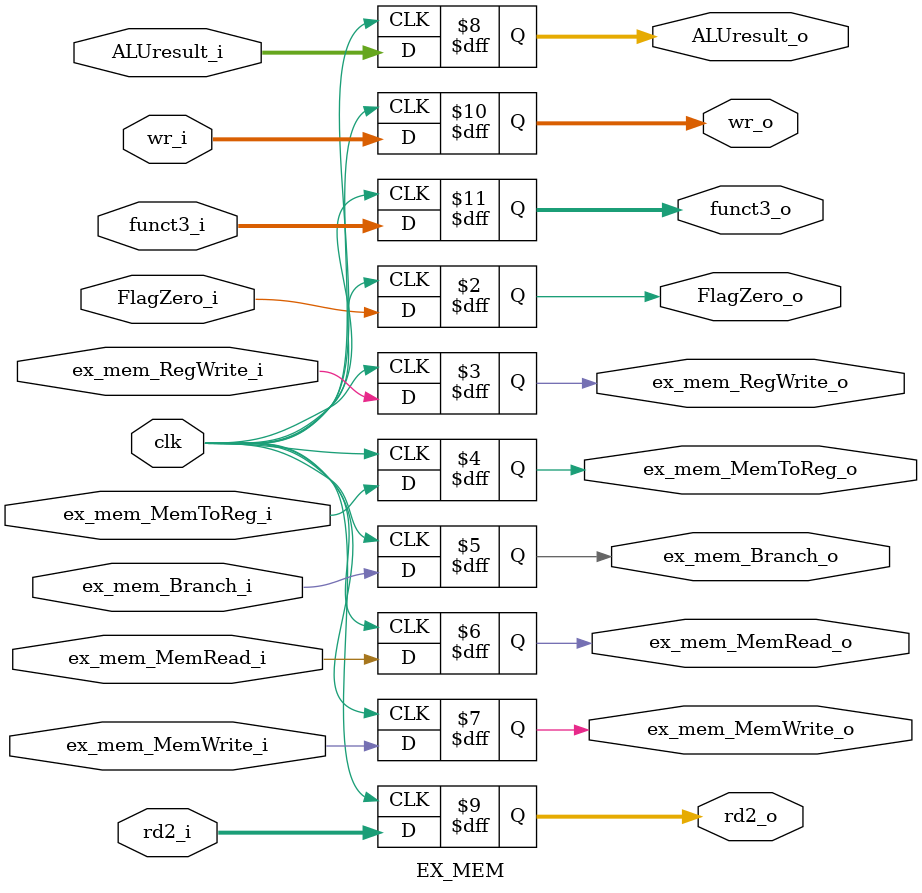
<source format=v>
/* BA : Branch Address*/

module EX_MEM (
    clk,
    ex_mem_RegWrite_i ,
    ex_mem_MemToReg_i ,
    ex_mem_Branch_i   ,    
    ex_mem_MemRead_i  ,
    ex_mem_MemWrite_i ,
    FlagZero_i ,
    ALUresult_i,
    rd2_i      ,
    wr_i       ,
    funct3_i,
    ex_mem_RegWrite_o ,
    ex_mem_MemToReg_o ,
    ex_mem_Branch_o   ,    
    ex_mem_MemRead_o  ,
    ex_mem_MemWrite_o ,
    FlagZero_o ,
    ALUresult_o,
    rd2_o      ,
    wr_o,
    funct3_o
);

    input clk, FlagZero_i, ex_mem_RegWrite_i, ex_mem_MemToReg_i, ex_mem_Branch_i, ex_mem_MemRead_i, ex_mem_MemWrite_i;
    input [31:0] ALUresult_i, rd2_i;
    input [4:0] wr_i;
    input [2:0] funct3_i;

    output reg FlagZero_o, ex_mem_RegWrite_o, ex_mem_MemToReg_o, ex_mem_Branch_o, ex_mem_MemRead_o, ex_mem_MemWrite_o;
    output reg [31:0] ALUresult_o, rd2_o;
    output reg [4:0] wr_o;
    output reg [2:0] funct3_o;

    always @(posedge clk) begin
        ex_mem_RegWrite_o <= ex_mem_RegWrite_i;
        ex_mem_MemToReg_o <= ex_mem_MemToReg_i;
        ex_mem_Branch_o   <= ex_mem_Branch_i;
        ex_mem_MemRead_o  <= ex_mem_MemRead_i;
        ex_mem_MemWrite_o <= ex_mem_MemWrite_i;
        FlagZero_o <= FlagZero_i;
        ALUresult_o <= ALUresult_i;
        rd2_o <= rd2_i;
        wr_o <= wr_i;
        funct3_o <= funct3_i;
    end

endmodule

</source>
